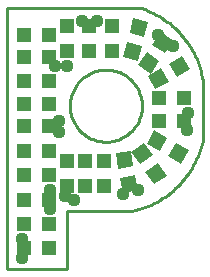
<source format=gts>
G75*
%MOIN*%
%OFA0B0*%
%FSLAX24Y24*%
%IPPOS*%
%LPD*%
%AMOC8*
5,1,8,0,0,1.08239X$1,22.5*
%
%ADD10C,0.0100*%
%ADD11R,0.0512X0.0512*%
%ADD12R,0.0512X0.0512*%
%ADD13C,0.0437*%
D10*
X002392Y002454D02*
X002392Y011142D01*
X006892Y011142D01*
X008954Y008517D02*
X008954Y006829D01*
X006579Y004392D02*
X004392Y004392D01*
X004392Y002454D01*
X002392Y002454D01*
X006580Y004392D02*
X006686Y004416D01*
X006792Y004445D01*
X006896Y004477D01*
X006999Y004513D01*
X007101Y004553D01*
X007202Y004596D01*
X007301Y004643D01*
X007398Y004693D01*
X007493Y004747D01*
X007586Y004804D01*
X007677Y004864D01*
X007766Y004928D01*
X007853Y004994D01*
X007937Y005064D01*
X008019Y005137D01*
X008098Y005212D01*
X008174Y005290D01*
X008248Y005371D01*
X008318Y005455D01*
X008386Y005541D01*
X008450Y005629D01*
X008511Y005720D01*
X008569Y005813D01*
X008624Y005907D01*
X008675Y006004D01*
X008723Y006102D01*
X008767Y006202D01*
X008808Y006304D01*
X008844Y006407D01*
X008878Y006511D01*
X008907Y006616D01*
X008933Y006722D01*
X008955Y006829D01*
X008954Y008516D02*
X008944Y008623D01*
X008930Y008729D01*
X008912Y008835D01*
X008890Y008940D01*
X008865Y009044D01*
X008836Y009148D01*
X008803Y009250D01*
X008767Y009351D01*
X008727Y009450D01*
X008684Y009548D01*
X008637Y009645D01*
X008587Y009739D01*
X008533Y009832D01*
X008476Y009923D01*
X008416Y010012D01*
X008353Y010099D01*
X008287Y010183D01*
X008217Y010265D01*
X008145Y010344D01*
X008070Y010421D01*
X007993Y010495D01*
X007913Y010566D01*
X007830Y010635D01*
X007745Y010700D01*
X007658Y010762D01*
X007568Y010821D01*
X007477Y010877D01*
X007383Y010930D01*
X007288Y010979D01*
X007191Y011025D01*
X007093Y011067D01*
X006993Y011106D01*
X006891Y011141D01*
X004504Y007892D02*
X004506Y007961D01*
X004512Y008030D01*
X004522Y008098D01*
X004536Y008166D01*
X004553Y008233D01*
X004575Y008299D01*
X004600Y008363D01*
X004629Y008426D01*
X004662Y008487D01*
X004698Y008546D01*
X004737Y008603D01*
X004780Y008657D01*
X004825Y008709D01*
X004874Y008759D01*
X004925Y008805D01*
X004979Y008848D01*
X005036Y008889D01*
X005094Y008925D01*
X005155Y008959D01*
X005217Y008989D01*
X005281Y009015D01*
X005346Y009037D01*
X005413Y009056D01*
X005481Y009071D01*
X005549Y009082D01*
X005618Y009089D01*
X005687Y009092D01*
X005756Y009091D01*
X005825Y009086D01*
X005893Y009077D01*
X005961Y009064D01*
X006028Y009047D01*
X006095Y009027D01*
X006159Y009002D01*
X006222Y008974D01*
X006284Y008943D01*
X006343Y008907D01*
X006401Y008869D01*
X006456Y008827D01*
X006509Y008782D01*
X006559Y008734D01*
X006606Y008684D01*
X006650Y008630D01*
X006691Y008575D01*
X006729Y008517D01*
X006763Y008457D01*
X006794Y008395D01*
X006821Y008331D01*
X006844Y008266D01*
X006864Y008200D01*
X006880Y008132D01*
X006892Y008064D01*
X006900Y007996D01*
X006904Y007927D01*
X006904Y007857D01*
X006900Y007788D01*
X006892Y007720D01*
X006880Y007652D01*
X006864Y007584D01*
X006844Y007518D01*
X006821Y007453D01*
X006794Y007389D01*
X006763Y007327D01*
X006729Y007267D01*
X006691Y007209D01*
X006650Y007154D01*
X006606Y007100D01*
X006559Y007050D01*
X006509Y007002D01*
X006456Y006957D01*
X006401Y006915D01*
X006343Y006877D01*
X006284Y006841D01*
X006222Y006810D01*
X006159Y006782D01*
X006095Y006757D01*
X006028Y006737D01*
X005961Y006720D01*
X005893Y006707D01*
X005825Y006698D01*
X005756Y006693D01*
X005687Y006692D01*
X005618Y006695D01*
X005549Y006702D01*
X005481Y006713D01*
X005413Y006728D01*
X005346Y006747D01*
X005281Y006769D01*
X005217Y006795D01*
X005155Y006825D01*
X005094Y006859D01*
X005036Y006895D01*
X004979Y006936D01*
X004925Y006979D01*
X004874Y007025D01*
X004825Y007075D01*
X004780Y007127D01*
X004737Y007181D01*
X004698Y007238D01*
X004662Y007297D01*
X004629Y007358D01*
X004600Y007421D01*
X004575Y007485D01*
X004553Y007551D01*
X004536Y007618D01*
X004522Y007686D01*
X004512Y007754D01*
X004506Y007823D01*
X004504Y007892D01*
D11*
X003805Y007954D03*
X003805Y007204D03*
X003805Y006392D03*
X004392Y006055D03*
X005017Y006055D03*
X005642Y006055D03*
X005642Y005228D03*
X005017Y005228D03*
X004392Y005228D03*
X003805Y005579D03*
X003805Y004767D03*
X003805Y003954D03*
X003805Y003142D03*
X002978Y003142D03*
X002978Y003954D03*
X002978Y004767D03*
X002978Y005579D03*
X002978Y006392D03*
X002978Y007204D03*
X002978Y007954D03*
X002978Y008704D03*
X002978Y009517D03*
X002978Y010267D03*
X003805Y010267D03*
X004392Y010555D03*
X005142Y010555D03*
X005892Y010555D03*
X005892Y009728D03*
X005142Y009728D03*
X004392Y009728D03*
X003805Y009517D03*
X003805Y008704D03*
X007478Y008142D03*
X007478Y007392D03*
X008305Y007392D03*
X008305Y008142D03*
D12*
G36*
X008071Y008851D02*
X007815Y009293D01*
X008257Y009549D01*
X008513Y009107D01*
X008071Y008851D01*
G37*
G36*
X007355Y008438D02*
X007099Y008880D01*
X007541Y009136D01*
X007797Y008694D01*
X007355Y008438D01*
G37*
G36*
X007194Y008962D02*
X006776Y009256D01*
X007070Y009674D01*
X007488Y009380D01*
X007194Y008962D01*
G37*
G36*
X006772Y009378D02*
X006278Y009510D01*
X006410Y010004D01*
X006904Y009872D01*
X006772Y009378D01*
G37*
G36*
X007668Y009639D02*
X007250Y009933D01*
X007544Y010351D01*
X007962Y010057D01*
X007668Y009639D01*
G37*
G36*
X006986Y010176D02*
X006492Y010308D01*
X006624Y010802D01*
X007118Y010670D01*
X006986Y010176D01*
G37*
G36*
X007060Y006630D02*
X007316Y007072D01*
X007758Y006816D01*
X007502Y006374D01*
X007060Y006630D01*
G37*
G36*
X006550Y006366D02*
X006968Y006660D01*
X007262Y006242D01*
X006844Y005948D01*
X006550Y006366D01*
G37*
G36*
X006026Y006301D02*
X006529Y006390D01*
X006618Y005887D01*
X006115Y005798D01*
X006026Y006301D01*
G37*
G36*
X006170Y005487D02*
X006673Y005576D01*
X006762Y005073D01*
X006259Y004984D01*
X006170Y005487D01*
G37*
G36*
X007024Y005688D02*
X007442Y005982D01*
X007736Y005564D01*
X007318Y005270D01*
X007024Y005688D01*
G37*
G36*
X007776Y006217D02*
X008032Y006659D01*
X008474Y006403D01*
X008218Y005961D01*
X007776Y006217D01*
G37*
D13*
X008392Y007079D03*
X008454Y007642D03*
X007954Y009892D03*
X007454Y010267D03*
X005392Y010704D03*
X004892Y010704D03*
X004392Y009204D03*
X004017Y009204D03*
X004142Y007392D03*
X004142Y007017D03*
X003829Y005079D03*
X004329Y004892D03*
X004642Y004767D03*
X003829Y004454D03*
X002892Y003454D03*
X002892Y002829D03*
X006267Y004954D03*
X006767Y005079D03*
M02*

</source>
